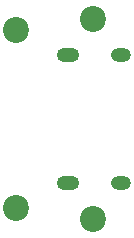
<source format=gbr>
%TF.GenerationSoftware,KiCad,Pcbnew,8.99.0-344-gfbc433deaa*%
%TF.CreationDate,2024-04-11T03:20:37-04:00*%
%TF.ProjectId,typeC,74797065-432e-46b6-9963-61645f706362,rev?*%
%TF.SameCoordinates,Original*%
%TF.FileFunction,Soldermask,Bot*%
%TF.FilePolarity,Negative*%
%FSLAX46Y46*%
G04 Gerber Fmt 4.6, Leading zero omitted, Abs format (unit mm)*
G04 Created by KiCad (PCBNEW 8.99.0-344-gfbc433deaa) date 2024-04-11 03:20:37*
%MOMM*%
%LPD*%
G01*
G04 APERTURE LIST*
%ADD10O,1.700000X1.200000*%
%ADD11O,1.900000X1.200000*%
%ADD12C,2.200000*%
G04 APERTURE END LIST*
D10*
%TO.C,J3*%
X179150000Y-92570000D03*
X179150000Y-103430000D03*
D11*
X174650000Y-92570000D03*
X174650000Y-103430000D03*
%TD*%
D12*
%TO.C,REF\u002A\u002A*%
X176750000Y-106500000D03*
%TD*%
%TO.C,REF\u002A\u002A*%
X176750000Y-89500000D03*
%TD*%
%TO.C,REF\u002A\u002A*%
X170250000Y-90500000D03*
%TD*%
%TO.C,REF\u002A\u002A*%
X170250000Y-105500000D03*
%TD*%
M02*

</source>
